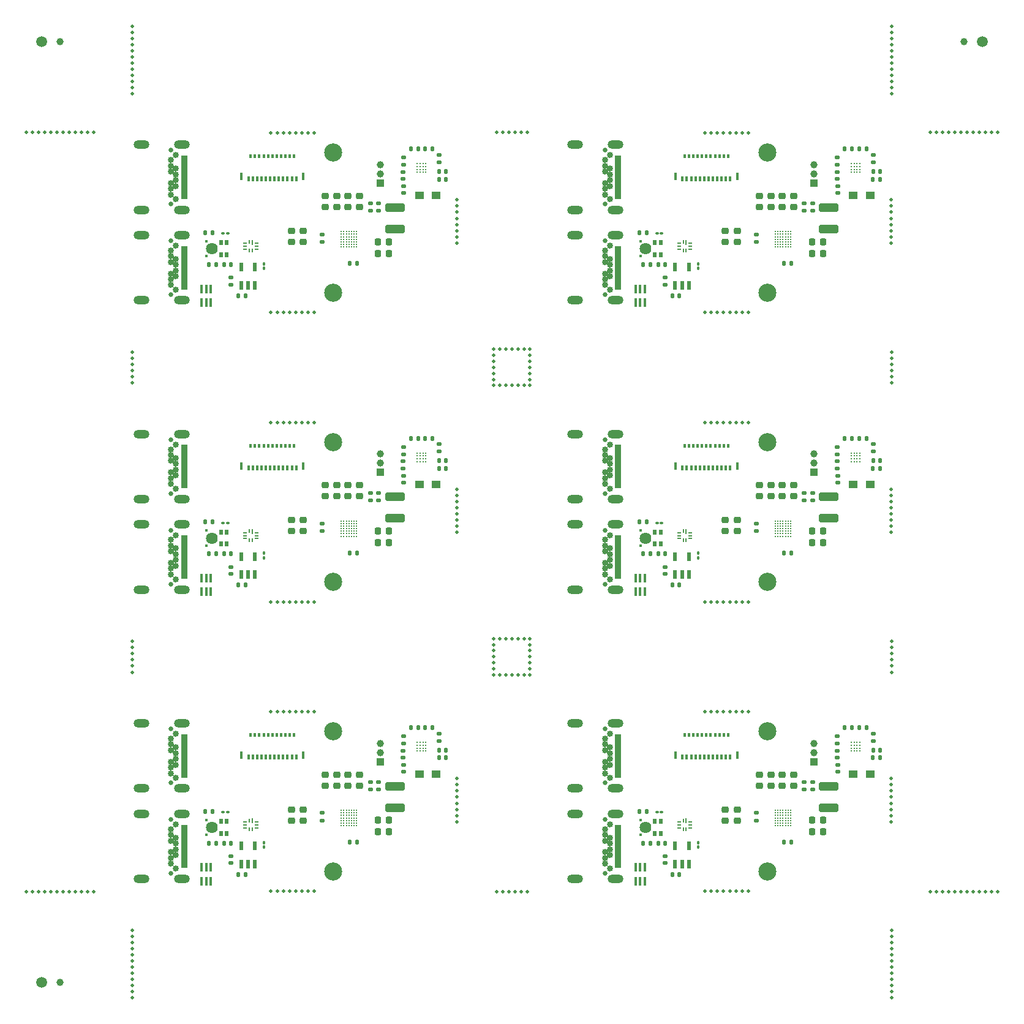
<source format=gbr>
G04 #@! TF.GenerationSoftware,KiCad,Pcbnew,7.0.7*
G04 #@! TF.CreationDate,2024-04-05T11:51:01+02:00*
G04 #@! TF.ProjectId,Versa_ECG_PPG_panel,56657273-615f-4454-9347-5f5050475f70,00*
G04 #@! TF.SameCoordinates,Original*
G04 #@! TF.FileFunction,Soldermask,Top*
G04 #@! TF.FilePolarity,Negative*
%FSLAX46Y46*%
G04 Gerber Fmt 4.6, Leading zero omitted, Abs format (unit mm)*
G04 Created by KiCad (PCBNEW 7.0.7) date 2024-04-05 11:51:01*
%MOMM*%
%LPD*%
G01*
G04 APERTURE LIST*
G04 Aperture macros list*
%AMRoundRect*
0 Rectangle with rounded corners*
0 $1 Rounding radius*
0 $2 $3 $4 $5 $6 $7 $8 $9 X,Y pos of 4 corners*
0 Add a 4 corners polygon primitive as box body*
4,1,4,$2,$3,$4,$5,$6,$7,$8,$9,$2,$3,0*
0 Add four circle primitives for the rounded corners*
1,1,$1+$1,$2,$3*
1,1,$1+$1,$4,$5*
1,1,$1+$1,$6,$7*
1,1,$1+$1,$8,$9*
0 Add four rect primitives between the rounded corners*
20,1,$1+$1,$2,$3,$4,$5,0*
20,1,$1+$1,$4,$5,$6,$7,0*
20,1,$1+$1,$6,$7,$8,$9,0*
20,1,$1+$1,$8,$9,$2,$3,0*%
G04 Aperture macros list end*
%ADD10R,0.200000X0.700000*%
%ADD11R,0.200000X0.600000*%
%ADD12R,0.600000X0.200000*%
%ADD13C,0.500000*%
%ADD14C,1.500000*%
%ADD15RoundRect,0.135000X0.135000X0.185000X-0.135000X0.185000X-0.135000X-0.185000X0.135000X-0.185000X0*%
%ADD16RoundRect,0.140000X-0.140000X-0.170000X0.140000X-0.170000X0.140000X0.170000X-0.140000X0.170000X0*%
%ADD17R,0.522000X0.725000*%
%ADD18C,1.625000*%
%ADD19R,0.300000X0.300000*%
%ADD20RoundRect,0.225000X-0.250000X0.225000X-0.250000X-0.225000X0.250000X-0.225000X0.250000X0.225000X0*%
%ADD21C,0.203200*%
%ADD22RoundRect,0.140000X-0.170000X0.140000X-0.170000X-0.140000X0.170000X-0.140000X0.170000X0.140000X0*%
%ADD23R,1.150000X1.000000*%
%ADD24RoundRect,0.135000X-0.185000X0.135000X-0.185000X-0.135000X0.185000X-0.135000X0.185000X0.135000X0*%
%ADD25RoundRect,0.140000X0.140000X0.170000X-0.140000X0.170000X-0.140000X-0.170000X0.140000X-0.170000X0*%
%ADD26RoundRect,0.140000X0.170000X-0.140000X0.170000X0.140000X-0.170000X0.140000X-0.170000X-0.140000X0*%
%ADD27RoundRect,0.250000X1.100000X-0.325000X1.100000X0.325000X-1.100000X0.325000X-1.100000X-0.325000X0*%
%ADD28RoundRect,0.135000X-0.135000X-0.185000X0.135000X-0.185000X0.135000X0.185000X-0.135000X0.185000X0*%
%ADD29RoundRect,0.225000X0.250000X-0.225000X0.250000X0.225000X-0.250000X0.225000X-0.250000X-0.225000X0*%
%ADD30RoundRect,0.225000X-0.225000X-0.250000X0.225000X-0.250000X0.225000X0.250000X-0.225000X0.250000X0*%
%ADD31R,0.600000X1.200000*%
%ADD32C,2.500000*%
%ADD33R,0.400000X1.200000*%
%ADD34C,0.216000*%
%ADD35C,1.000000*%
%ADD36C,0.650000*%
%ADD37RoundRect,0.102000X0.350000X-0.175000X0.350000X0.175000X-0.350000X0.175000X-0.350000X-0.175000X0*%
%ADD38C,0.854000*%
%ADD39O,2.204000X1.204000*%
%ADD40RoundRect,0.100000X0.100000X-0.130000X0.100000X0.130000X-0.100000X0.130000X-0.100000X-0.130000X0*%
%ADD41R,1.000000X1.000000*%
%ADD42RoundRect,0.100000X0.130000X0.100000X-0.130000X0.100000X-0.130000X-0.100000X0.130000X-0.100000X0*%
%ADD43R,0.300000X0.670000*%
%ADD44R,0.300000X0.500000*%
%ADD45R,0.350000X1.000000*%
G04 APERTURE END LIST*
D10*
X112584000Y-50204000D03*
D11*
X112184000Y-50154000D03*
D12*
X111584000Y-50354000D03*
X111584000Y-50754000D03*
X111584000Y-51154000D03*
D11*
X112184000Y-51354000D03*
X112584000Y-51354000D03*
D12*
X113184000Y-51154000D03*
X113184000Y-50754000D03*
X113184000Y-50354000D03*
D13*
X96000000Y-22038462D03*
D14*
X83500000Y-152500000D03*
D13*
X176040642Y-139900000D03*
X176040642Y-115100000D03*
D15*
X195533500Y-37303500D03*
X194513500Y-37303500D03*
X167609000Y-93276000D03*
X166589000Y-93276000D03*
D13*
X178612071Y-115100000D03*
X150642857Y-35000000D03*
D16*
X198417500Y-41481500D03*
X199377500Y-41481500D03*
D13*
X151000000Y-110000000D03*
D17*
X169073200Y-130261500D03*
X168251200Y-130261500D03*
D18*
X166999200Y-131099000D03*
D19*
X166256800Y-130074000D03*
X166256800Y-132124000D03*
D17*
X168251200Y-131936500D03*
X169073200Y-131936500D03*
D13*
X84730770Y-35000000D03*
X121183500Y-115100000D03*
X213115384Y-35000000D03*
X96000000Y-25423077D03*
D20*
X119642000Y-128600000D03*
X119642000Y-130150000D03*
D13*
X140900000Y-88613214D03*
X140900000Y-45184643D03*
X116897786Y-115100000D03*
X148928571Y-35000000D03*
D17*
X169073200Y-50261500D03*
X168251200Y-50261500D03*
D18*
X166999200Y-51099000D03*
D19*
X166256800Y-50074000D03*
X166256800Y-52124000D03*
D17*
X168251200Y-51936500D03*
X169073200Y-51936500D03*
D13*
X177754928Y-115100000D03*
X96000000Y-22884616D03*
D21*
X184912000Y-128745000D03*
X185262000Y-128745000D03*
X185612000Y-128745000D03*
X185962000Y-128745000D03*
X186312000Y-128745000D03*
X186662000Y-128745000D03*
X187012000Y-128745000D03*
X184912000Y-129095000D03*
X185262000Y-129095000D03*
X185612000Y-129095000D03*
X185962000Y-129095000D03*
X186312000Y-129095000D03*
X186662000Y-129095000D03*
X187012000Y-129095000D03*
X184912000Y-129445000D03*
X185262000Y-129445000D03*
X185612000Y-129445000D03*
X185962000Y-129445000D03*
X186312000Y-129445000D03*
X186662000Y-129445000D03*
X187012000Y-129445000D03*
X184912000Y-129795000D03*
X185262000Y-129795000D03*
X185612000Y-129795000D03*
X185962000Y-129795000D03*
X186312000Y-129795000D03*
X186662000Y-129795000D03*
X187012000Y-129795000D03*
X184912000Y-130145000D03*
X185262000Y-130145000D03*
X185612000Y-130145000D03*
X185962000Y-130145000D03*
X186312000Y-130145000D03*
X186662000Y-130145000D03*
X187012000Y-130145000D03*
X184912000Y-130495000D03*
X185262000Y-130495000D03*
X185612000Y-130495000D03*
X185962000Y-130495000D03*
X186312000Y-130495000D03*
X186662000Y-130495000D03*
X187012000Y-130495000D03*
X184912000Y-130845000D03*
X185262000Y-130845000D03*
X185612000Y-130845000D03*
X185962000Y-130845000D03*
X186312000Y-130845000D03*
X186662000Y-130845000D03*
X187012000Y-130845000D03*
D13*
X140900000Y-126898928D03*
X119469214Y-115100000D03*
D22*
X133520500Y-42458500D03*
X133520500Y-43418500D03*
D13*
X90653847Y-140000000D03*
D15*
X137493500Y-77299500D03*
X136473500Y-77299500D03*
D13*
X85576924Y-35000000D03*
D23*
X138033500Y-83709500D03*
X135683500Y-83709500D03*
D13*
X151000000Y-68333333D03*
D24*
X138460500Y-38114500D03*
X138460500Y-39134500D03*
D25*
X111638000Y-97605000D03*
X110678000Y-97605000D03*
D26*
X133472500Y-121465500D03*
X133472500Y-120505500D03*
D13*
X116040643Y-59900000D03*
D27*
X192297000Y-88354000D03*
X192297000Y-85404000D03*
D13*
X140900000Y-49470357D03*
X96000000Y-107928571D03*
X148500000Y-110000000D03*
X201000000Y-69642857D03*
D28*
X186085000Y-133157000D03*
X187105000Y-133157000D03*
D24*
X128912500Y-44859500D03*
X128912500Y-45879500D03*
D13*
X146000000Y-105833333D03*
D29*
X125851600Y-45327000D03*
X125851600Y-43777000D03*
D30*
X129975000Y-131728000D03*
X131525000Y-131728000D03*
D27*
X132297000Y-48354000D03*
X132297000Y-45404000D03*
D31*
X171054000Y-136167000D03*
X172004000Y-136167000D03*
X172954000Y-136167000D03*
X172954000Y-133667000D03*
X171054000Y-133667000D03*
D32*
X123800000Y-137180000D03*
D20*
X177989000Y-88600000D03*
X177989000Y-90150000D03*
D16*
X138417500Y-121481500D03*
X139377500Y-121481500D03*
D13*
X140900000Y-46898929D03*
D33*
X106869500Y-56640500D03*
X106219500Y-56640500D03*
X105569500Y-56640500D03*
X105569500Y-58540500D03*
X106219500Y-58540500D03*
X106869500Y-58540500D03*
D13*
X147666666Y-65000000D03*
X181183500Y-75100000D03*
X140900000Y-84327500D03*
D28*
X126085000Y-133157000D03*
X127105000Y-133157000D03*
D13*
X96000000Y-23730770D03*
X116897786Y-59900000D03*
D14*
X213500000Y-22500000D03*
D30*
X189975000Y-131728000D03*
X191525000Y-131728000D03*
D34*
X196606500Y-79339000D03*
X196606500Y-79739000D03*
X196606500Y-80139000D03*
X196606500Y-80539000D03*
X196206500Y-79339000D03*
X196206500Y-79739000D03*
X196206500Y-80139000D03*
X196206500Y-80539000D03*
X195806500Y-79339000D03*
X195806500Y-79739000D03*
X195806500Y-80139000D03*
X195806500Y-80539000D03*
X195406500Y-79339000D03*
X195406500Y-79739000D03*
X195406500Y-80139000D03*
X195406500Y-80539000D03*
D13*
X213961538Y-140000000D03*
D33*
X166869500Y-96640500D03*
X166219500Y-96640500D03*
X165569500Y-96640500D03*
X165569500Y-98540500D03*
X166219500Y-98540500D03*
X166869500Y-98540500D03*
D16*
X138426500Y-40422500D03*
X139386500Y-40422500D03*
D35*
X86000000Y-152500000D03*
D13*
X200900000Y-124327500D03*
X146833333Y-65000000D03*
X146000000Y-70000000D03*
X149333333Y-70000000D03*
X118612071Y-139900000D03*
X96000000Y-20346154D03*
X117754929Y-115100000D03*
D29*
X124284200Y-45327000D03*
X124284200Y-43777000D03*
D13*
X177754928Y-139900000D03*
X120326357Y-115100000D03*
X82192308Y-35000000D03*
X208884615Y-35000000D03*
X176040642Y-75100000D03*
D22*
X109669000Y-95088000D03*
X109669000Y-96048000D03*
D16*
X198426500Y-120422500D03*
X199386500Y-120422500D03*
D13*
X96000000Y-147884615D03*
D31*
X171054000Y-56167000D03*
X172004000Y-56167000D03*
X172954000Y-56167000D03*
X172954000Y-53667000D03*
X171054000Y-53667000D03*
D13*
X176040642Y-59900000D03*
X86423077Y-140000000D03*
X200900000Y-126898928D03*
D29*
X125851600Y-125327000D03*
X125851600Y-123777000D03*
D27*
X192297000Y-128354000D03*
X192297000Y-125404000D03*
D29*
X124284200Y-125327000D03*
X124284200Y-123777000D03*
D13*
X147666666Y-110000000D03*
D15*
X107609000Y-93276000D03*
X106589000Y-93276000D03*
D13*
X96000000Y-152961538D03*
X200900000Y-48613214D03*
X119469214Y-35100000D03*
D15*
X167609000Y-133276000D03*
X166589000Y-133276000D03*
D33*
X106869500Y-136640500D03*
X106219500Y-136640500D03*
X105569500Y-136640500D03*
X105569500Y-138540500D03*
X106219500Y-138540500D03*
X106869500Y-138540500D03*
D36*
X101350000Y-37495000D03*
X101350000Y-44945000D03*
D37*
X103170000Y-38470000D03*
X103170000Y-38970000D03*
X103170000Y-39470000D03*
X103170000Y-39970000D03*
X103170000Y-40470000D03*
X103170000Y-40970000D03*
X103170000Y-41470000D03*
X103170000Y-41970000D03*
X103170000Y-42470000D03*
X103170000Y-42970000D03*
X103170000Y-43470000D03*
X103170000Y-43970000D03*
D38*
X102050000Y-44270000D03*
X101350000Y-43620000D03*
X101350000Y-42820000D03*
X102050000Y-42420000D03*
X101350000Y-42020000D03*
X102050000Y-41620000D03*
X102050000Y-40820000D03*
X101350000Y-40420000D03*
X102050000Y-40020000D03*
X101350000Y-39620000D03*
X101350000Y-38820000D03*
X102050000Y-38170000D03*
D39*
X102850000Y-36720000D03*
X102850000Y-45720000D03*
X97250000Y-36720000D03*
X97250000Y-45720000D03*
D24*
X193502500Y-78502500D03*
X193502500Y-79522500D03*
D13*
X140900000Y-44327500D03*
X119469214Y-99900000D03*
X201000000Y-25423077D03*
X180326357Y-139900000D03*
X121183500Y-59900000D03*
D22*
X193520500Y-122458500D03*
X193520500Y-123418500D03*
D13*
X215653846Y-35000000D03*
X90653847Y-35000000D03*
D26*
X193472500Y-41465500D03*
X193472500Y-40505500D03*
D13*
X175183500Y-139900000D03*
X88115385Y-140000000D03*
X118612071Y-115100000D03*
X115183500Y-115100000D03*
D15*
X167110000Y-48885000D03*
X166090000Y-48885000D03*
D17*
X109073200Y-50261500D03*
X108251200Y-50261500D03*
D18*
X106999200Y-51099000D03*
D19*
X106256800Y-50074000D03*
X106256800Y-52124000D03*
D17*
X108251200Y-51936500D03*
X109073200Y-51936500D03*
D13*
X96000000Y-148730769D03*
D24*
X130047500Y-84859500D03*
X130047500Y-85879500D03*
D29*
X182716800Y-85327000D03*
X182716800Y-83777000D03*
D13*
X84730770Y-140000000D03*
D21*
X124912000Y-128745000D03*
X125262000Y-128745000D03*
X125612000Y-128745000D03*
X125962000Y-128745000D03*
X126312000Y-128745000D03*
X126662000Y-128745000D03*
X127012000Y-128745000D03*
X124912000Y-129095000D03*
X125262000Y-129095000D03*
X125612000Y-129095000D03*
X125962000Y-129095000D03*
X126312000Y-129095000D03*
X126662000Y-129095000D03*
X127012000Y-129095000D03*
X124912000Y-129445000D03*
X125262000Y-129445000D03*
X125612000Y-129445000D03*
X125962000Y-129445000D03*
X126312000Y-129445000D03*
X126662000Y-129445000D03*
X127012000Y-129445000D03*
X124912000Y-129795000D03*
X125262000Y-129795000D03*
X125612000Y-129795000D03*
X125962000Y-129795000D03*
X126312000Y-129795000D03*
X126662000Y-129795000D03*
X127012000Y-129795000D03*
X124912000Y-130145000D03*
X125262000Y-130145000D03*
X125612000Y-130145000D03*
X125962000Y-130145000D03*
X126312000Y-130145000D03*
X126662000Y-130145000D03*
X127012000Y-130145000D03*
X124912000Y-130495000D03*
X125262000Y-130495000D03*
X125612000Y-130495000D03*
X125962000Y-130495000D03*
X126312000Y-130495000D03*
X126662000Y-130495000D03*
X127012000Y-130495000D03*
X124912000Y-130845000D03*
X125262000Y-130845000D03*
X125612000Y-130845000D03*
X125962000Y-130845000D03*
X126312000Y-130845000D03*
X126662000Y-130845000D03*
X127012000Y-130845000D03*
D13*
X96000000Y-145346153D03*
D40*
X174236000Y-93825000D03*
X174236000Y-93185000D03*
D13*
X140900000Y-125184642D03*
X200900000Y-127756071D03*
X177754928Y-75100000D03*
X207192307Y-140000000D03*
X121183500Y-139900000D03*
X201000000Y-20346154D03*
X140900000Y-129470357D03*
X201000000Y-21192308D03*
D24*
X133502500Y-78502500D03*
X133502500Y-79522500D03*
D26*
X133472500Y-81465500D03*
X133472500Y-80505500D03*
D13*
X140900000Y-47756071D03*
X151000000Y-107500000D03*
D29*
X125851600Y-85327000D03*
X125851600Y-83777000D03*
D25*
X171638000Y-57605000D03*
X170678000Y-57605000D03*
X111638000Y-137605000D03*
X110678000Y-137605000D03*
D28*
X186085000Y-53157000D03*
X187105000Y-53157000D03*
D25*
X169685000Y-93266000D03*
X168725000Y-93266000D03*
D13*
X179469214Y-35100000D03*
D16*
X138426500Y-120422500D03*
X139386500Y-120422500D03*
D15*
X107110000Y-128885000D03*
X106090000Y-128885000D03*
D13*
X181183500Y-115100000D03*
X151000000Y-65833333D03*
X213115384Y-140000000D03*
X151000000Y-105000000D03*
D36*
X101350000Y-77495000D03*
X101350000Y-84945000D03*
D37*
X103170000Y-78470000D03*
X103170000Y-78970000D03*
X103170000Y-79470000D03*
X103170000Y-79970000D03*
X103170000Y-80470000D03*
X103170000Y-80970000D03*
X103170000Y-81470000D03*
X103170000Y-81970000D03*
X103170000Y-82470000D03*
X103170000Y-82970000D03*
X103170000Y-83470000D03*
X103170000Y-83970000D03*
D38*
X102050000Y-84270000D03*
X101350000Y-83620000D03*
X101350000Y-82820000D03*
X102050000Y-82420000D03*
X101350000Y-82020000D03*
X102050000Y-81620000D03*
X102050000Y-80820000D03*
X101350000Y-80420000D03*
X102050000Y-80020000D03*
X101350000Y-79620000D03*
X101350000Y-78820000D03*
X102050000Y-78170000D03*
D39*
X102850000Y-76720000D03*
X102850000Y-85720000D03*
X97250000Y-76720000D03*
X97250000Y-85720000D03*
D41*
X190274000Y-122003000D03*
D35*
X190274000Y-120733000D03*
X190274000Y-119463000D03*
D13*
X200900000Y-88613214D03*
X175183500Y-59900000D03*
X116897786Y-75100000D03*
X147214285Y-35000000D03*
X89807693Y-35000000D03*
X96000000Y-66214285D03*
X201000000Y-153807692D03*
D17*
X109073200Y-90261500D03*
X108251200Y-90261500D03*
D18*
X106999200Y-91099000D03*
D19*
X106256800Y-90074000D03*
X106256800Y-92124000D03*
D17*
X108251200Y-91936500D03*
X109073200Y-91936500D03*
D13*
X146000000Y-66666666D03*
X201000000Y-148730769D03*
X87269231Y-140000000D03*
X200900000Y-47756071D03*
D16*
X198417500Y-81481500D03*
X199377500Y-81481500D03*
D29*
X124284200Y-85327000D03*
X124284200Y-83777000D03*
D13*
X175183500Y-35100000D03*
D26*
X133472500Y-41465500D03*
X133472500Y-40505500D03*
X193472500Y-81465500D03*
X193472500Y-80505500D03*
D25*
X111638000Y-57605000D03*
X110678000Y-57605000D03*
D13*
X96000000Y-27961539D03*
X176897785Y-115100000D03*
D40*
X174236000Y-53825000D03*
X174236000Y-53185000D03*
D42*
X169180000Y-129005000D03*
X168540000Y-129005000D03*
D13*
X212269230Y-140000000D03*
X120326357Y-75100000D03*
X140900000Y-87756071D03*
X151000000Y-109166666D03*
X96000000Y-65357142D03*
X151000000Y-105000000D03*
X147666666Y-105000000D03*
X96000000Y-105357142D03*
D20*
X177989000Y-48600000D03*
X177989000Y-50150000D03*
D22*
X133520500Y-82458500D03*
X133520500Y-83418500D03*
D13*
X181183500Y-99900000D03*
X117754929Y-59900000D03*
X96000000Y-107071428D03*
D24*
X130047500Y-44859500D03*
X130047500Y-45879500D03*
D21*
X124912000Y-88745000D03*
X125262000Y-88745000D03*
X125612000Y-88745000D03*
X125962000Y-88745000D03*
X126312000Y-88745000D03*
X126662000Y-88745000D03*
X127012000Y-88745000D03*
X124912000Y-89095000D03*
X125262000Y-89095000D03*
X125612000Y-89095000D03*
X125962000Y-89095000D03*
X126312000Y-89095000D03*
X126662000Y-89095000D03*
X127012000Y-89095000D03*
X124912000Y-89445000D03*
X125262000Y-89445000D03*
X125612000Y-89445000D03*
X125962000Y-89445000D03*
X126312000Y-89445000D03*
X126662000Y-89445000D03*
X127012000Y-89445000D03*
X124912000Y-89795000D03*
X125262000Y-89795000D03*
X125612000Y-89795000D03*
X125962000Y-89795000D03*
X126312000Y-89795000D03*
X126662000Y-89795000D03*
X127012000Y-89795000D03*
X124912000Y-90145000D03*
X125262000Y-90145000D03*
X125612000Y-90145000D03*
X125962000Y-90145000D03*
X126312000Y-90145000D03*
X126662000Y-90145000D03*
X127012000Y-90145000D03*
X124912000Y-90495000D03*
X125262000Y-90495000D03*
X125612000Y-90495000D03*
X125962000Y-90495000D03*
X126312000Y-90495000D03*
X126662000Y-90495000D03*
X127012000Y-90495000D03*
X124912000Y-90845000D03*
X125262000Y-90845000D03*
X125612000Y-90845000D03*
X125962000Y-90845000D03*
X126312000Y-90845000D03*
X126662000Y-90845000D03*
X127012000Y-90845000D03*
D13*
X96000000Y-26269231D03*
D31*
X111054000Y-136167000D03*
X112004000Y-136167000D03*
X112954000Y-136167000D03*
X112954000Y-133667000D03*
X111054000Y-133667000D03*
D13*
X200900000Y-86041785D03*
X200900000Y-89470357D03*
D27*
X192297000Y-48354000D03*
X192297000Y-45404000D03*
D13*
X181183500Y-139900000D03*
D24*
X188912500Y-44859500D03*
X188912500Y-45879500D03*
D29*
X127419000Y-45327000D03*
X127419000Y-43777000D03*
D13*
X176897785Y-75100000D03*
X200900000Y-90327500D03*
D30*
X189975000Y-50120000D03*
X191525000Y-50120000D03*
D13*
X177754928Y-59900000D03*
X180326357Y-115100000D03*
D25*
X109685000Y-93266000D03*
X108725000Y-93266000D03*
D13*
X206346153Y-35000000D03*
D43*
X112075000Y-121400000D03*
D44*
X112375000Y-118335000D03*
D43*
X112675000Y-121400000D03*
D44*
X112975000Y-118335000D03*
D43*
X113275000Y-121400000D03*
D44*
X113575000Y-118335000D03*
D43*
X113875000Y-121400000D03*
D44*
X114175000Y-118335000D03*
D43*
X114475000Y-121400000D03*
D44*
X114775000Y-118335000D03*
D43*
X115075000Y-121400000D03*
D44*
X115375000Y-118335000D03*
D43*
X115675000Y-121400000D03*
D44*
X115975000Y-118335000D03*
D43*
X116275000Y-121400000D03*
D44*
X116575000Y-118335000D03*
D43*
X116875000Y-121400000D03*
D44*
X117175000Y-118335000D03*
D43*
X117475000Y-121400000D03*
D44*
X117775000Y-118335000D03*
D43*
X118075000Y-121400000D03*
D44*
X118375000Y-118335000D03*
D43*
X118675000Y-121400000D03*
D45*
X111100000Y-121135000D03*
X119650000Y-121135000D03*
D41*
X130274000Y-42003000D03*
D35*
X130274000Y-40733000D03*
X130274000Y-39463000D03*
D13*
X201000000Y-151269230D03*
D28*
X126085000Y-53157000D03*
X127105000Y-53157000D03*
D27*
X132297000Y-128354000D03*
X132297000Y-125404000D03*
D32*
X123800000Y-117820000D03*
D20*
X119642000Y-88600000D03*
X119642000Y-90150000D03*
D13*
X201000000Y-147038461D03*
D34*
X136606500Y-119339000D03*
X136606500Y-119739000D03*
X136606500Y-120139000D03*
X136606500Y-120539000D03*
X136206500Y-119339000D03*
X136206500Y-119739000D03*
X136206500Y-120139000D03*
X136206500Y-120539000D03*
X135806500Y-119339000D03*
X135806500Y-119739000D03*
X135806500Y-120139000D03*
X135806500Y-120539000D03*
X135406500Y-119339000D03*
X135406500Y-119739000D03*
X135406500Y-120139000D03*
X135406500Y-120539000D03*
D13*
X121183500Y-35100000D03*
D24*
X190047500Y-44859500D03*
X190047500Y-45879500D03*
D30*
X129975000Y-130120000D03*
X131525000Y-130120000D03*
D13*
X146000000Y-69166666D03*
X211423076Y-35000000D03*
D24*
X122260500Y-49105500D03*
X122260500Y-50125500D03*
D13*
X200900000Y-45184643D03*
X150642857Y-140000000D03*
X146000000Y-67500000D03*
X140900000Y-86041785D03*
X115183500Y-59900000D03*
X96000000Y-29653847D03*
D36*
X101350000Y-117495000D03*
X101350000Y-124945000D03*
D37*
X103170000Y-118470000D03*
X103170000Y-118970000D03*
X103170000Y-119470000D03*
X103170000Y-119970000D03*
X103170000Y-120470000D03*
X103170000Y-120970000D03*
X103170000Y-121470000D03*
X103170000Y-121970000D03*
X103170000Y-122470000D03*
X103170000Y-122970000D03*
X103170000Y-123470000D03*
X103170000Y-123970000D03*
D38*
X102050000Y-124270000D03*
X101350000Y-123620000D03*
X101350000Y-122820000D03*
X102050000Y-122420000D03*
X101350000Y-122020000D03*
X102050000Y-121620000D03*
X102050000Y-120820000D03*
X101350000Y-120420000D03*
X102050000Y-120020000D03*
X101350000Y-119620000D03*
X101350000Y-118820000D03*
X102050000Y-118170000D03*
D39*
X102850000Y-116720000D03*
X102850000Y-125720000D03*
X97250000Y-116720000D03*
X97250000Y-125720000D03*
D23*
X138033500Y-123709500D03*
X135683500Y-123709500D03*
D13*
X96000000Y-151269230D03*
D22*
X193520500Y-42458500D03*
X193520500Y-43418500D03*
D32*
X183800000Y-137180000D03*
D13*
X96000000Y-106214285D03*
X210576923Y-35000000D03*
X146000000Y-105000000D03*
X120326357Y-59900000D03*
X146833333Y-105000000D03*
X140900000Y-46041786D03*
X117754929Y-99900000D03*
X176897785Y-139900000D03*
X151000000Y-106666666D03*
X151000000Y-105833333D03*
D26*
X193472500Y-121465500D03*
X193472500Y-120505500D03*
D13*
X146000000Y-65000000D03*
D34*
X136606500Y-39339000D03*
X136606500Y-39739000D03*
X136606500Y-40139000D03*
X136606500Y-40539000D03*
X136206500Y-39339000D03*
X136206500Y-39739000D03*
X136206500Y-40139000D03*
X136206500Y-40539000D03*
X135806500Y-39339000D03*
X135806500Y-39739000D03*
X135806500Y-40139000D03*
X135806500Y-40539000D03*
X135406500Y-39339000D03*
X135406500Y-39739000D03*
X135406500Y-40139000D03*
X135406500Y-40539000D03*
D13*
X140900000Y-126041785D03*
X151000000Y-70000000D03*
D25*
X109685000Y-53266000D03*
X108725000Y-53266000D03*
D16*
X138417500Y-81481500D03*
X139377500Y-81481500D03*
D13*
X200900000Y-46898929D03*
D24*
X133502500Y-118502500D03*
X133502500Y-119522500D03*
D25*
X171638000Y-97605000D03*
X170678000Y-97605000D03*
D13*
X209730769Y-35000000D03*
D15*
X197493500Y-37299500D03*
X196473500Y-37299500D03*
D13*
X117754929Y-75100000D03*
D24*
X198460500Y-78114500D03*
X198460500Y-79134500D03*
D29*
X127419000Y-85327000D03*
X127419000Y-83777000D03*
D13*
X140900000Y-50327500D03*
X96000000Y-152115384D03*
X181183500Y-35100000D03*
X206346153Y-140000000D03*
X116040643Y-35100000D03*
D43*
X112075000Y-41400000D03*
D44*
X112375000Y-38335000D03*
D43*
X112675000Y-41400000D03*
D44*
X112975000Y-38335000D03*
D43*
X113275000Y-41400000D03*
D44*
X113575000Y-38335000D03*
D43*
X113875000Y-41400000D03*
D44*
X114175000Y-38335000D03*
D43*
X114475000Y-41400000D03*
D44*
X114775000Y-38335000D03*
D43*
X115075000Y-41400000D03*
D44*
X115375000Y-38335000D03*
D43*
X115675000Y-41400000D03*
D44*
X115975000Y-38335000D03*
D43*
X116275000Y-41400000D03*
D44*
X116575000Y-38335000D03*
D43*
X116875000Y-41400000D03*
D44*
X117175000Y-38335000D03*
D43*
X117475000Y-41400000D03*
D44*
X117775000Y-38335000D03*
D43*
X118075000Y-41400000D03*
D44*
X118375000Y-38335000D03*
D43*
X118675000Y-41400000D03*
D45*
X111100000Y-41135000D03*
X119650000Y-41135000D03*
D13*
X116897786Y-99900000D03*
X201000000Y-147884615D03*
X200900000Y-130327500D03*
X146357142Y-35000000D03*
D33*
X106869500Y-96640500D03*
X106219500Y-96640500D03*
X105569500Y-96640500D03*
X105569500Y-98540500D03*
X106219500Y-98540500D03*
X106869500Y-98540500D03*
D13*
X201000000Y-152961538D03*
D32*
X183800000Y-117820000D03*
D21*
X184912000Y-88745000D03*
X185262000Y-88745000D03*
X185612000Y-88745000D03*
X185962000Y-88745000D03*
X186312000Y-88745000D03*
X186662000Y-88745000D03*
X187012000Y-88745000D03*
X184912000Y-89095000D03*
X185262000Y-89095000D03*
X185612000Y-89095000D03*
X185962000Y-89095000D03*
X186312000Y-89095000D03*
X186662000Y-89095000D03*
X187012000Y-89095000D03*
X184912000Y-89445000D03*
X185262000Y-89445000D03*
X185612000Y-89445000D03*
X185962000Y-89445000D03*
X186312000Y-89445000D03*
X186662000Y-89445000D03*
X187012000Y-89445000D03*
X184912000Y-89795000D03*
X185262000Y-89795000D03*
X185612000Y-89795000D03*
X185962000Y-89795000D03*
X186312000Y-89795000D03*
X186662000Y-89795000D03*
X187012000Y-89795000D03*
X184912000Y-90145000D03*
X185262000Y-90145000D03*
X185612000Y-90145000D03*
X185962000Y-90145000D03*
X186312000Y-90145000D03*
X186662000Y-90145000D03*
X187012000Y-90145000D03*
X184912000Y-90495000D03*
X185262000Y-90495000D03*
X185612000Y-90495000D03*
X185962000Y-90495000D03*
X186312000Y-90495000D03*
X186662000Y-90495000D03*
X187012000Y-90495000D03*
X184912000Y-90845000D03*
X185262000Y-90845000D03*
X185612000Y-90845000D03*
X185962000Y-90845000D03*
X186312000Y-90845000D03*
X186662000Y-90845000D03*
X187012000Y-90845000D03*
D13*
X200900000Y-85184642D03*
X148071428Y-35000000D03*
X140900000Y-124327500D03*
D29*
X187419000Y-45327000D03*
X187419000Y-43777000D03*
D32*
X183800000Y-57180000D03*
D13*
X201000000Y-108785714D03*
X180326357Y-59900000D03*
X117754929Y-35100000D03*
D24*
X188912500Y-84859500D03*
X188912500Y-85879500D03*
D14*
X83500000Y-22500000D03*
D13*
X151000000Y-69166666D03*
D29*
X122716800Y-125327000D03*
X122716800Y-123777000D03*
D13*
X151000000Y-65000000D03*
X177754928Y-99900000D03*
X96000000Y-146192307D03*
D24*
X182260500Y-129105500D03*
X182260500Y-130125500D03*
D13*
X83038462Y-35000000D03*
D24*
X198460500Y-118114500D03*
X198460500Y-119134500D03*
D30*
X189975000Y-90120000D03*
X191525000Y-90120000D03*
D13*
X175183500Y-115100000D03*
X146000000Y-110000000D03*
X85576924Y-140000000D03*
X140900000Y-127756071D03*
X96000000Y-69642857D03*
X96000000Y-24576924D03*
X121183500Y-99900000D03*
X201000000Y-29653847D03*
D16*
X138417500Y-41481500D03*
X139377500Y-41481500D03*
D13*
X179469214Y-115100000D03*
X146000000Y-109166666D03*
X201000000Y-154653846D03*
D10*
X172584000Y-130204000D03*
D11*
X172184000Y-130154000D03*
D12*
X171584000Y-130354000D03*
X171584000Y-130754000D03*
X171584000Y-131154000D03*
D11*
X172184000Y-131354000D03*
X172584000Y-131354000D03*
D12*
X173184000Y-131154000D03*
X173184000Y-130754000D03*
X173184000Y-130354000D03*
D13*
X116040643Y-139900000D03*
D31*
X171054000Y-96167000D03*
X172004000Y-96167000D03*
X172954000Y-96167000D03*
X172954000Y-93667000D03*
X171054000Y-93667000D03*
D33*
X166869500Y-136640500D03*
X166219500Y-136640500D03*
X165569500Y-136640500D03*
X165569500Y-138540500D03*
X166219500Y-138540500D03*
X166869500Y-138540500D03*
D13*
X211423076Y-140000000D03*
D36*
X161350000Y-117495000D03*
X161350000Y-124945000D03*
D37*
X163170000Y-118470000D03*
X163170000Y-118970000D03*
X163170000Y-119470000D03*
X163170000Y-119970000D03*
X163170000Y-120470000D03*
X163170000Y-120970000D03*
X163170000Y-121470000D03*
X163170000Y-121970000D03*
X163170000Y-122470000D03*
X163170000Y-122970000D03*
X163170000Y-123470000D03*
X163170000Y-123970000D03*
D38*
X162050000Y-124270000D03*
X161350000Y-123620000D03*
X161350000Y-122820000D03*
X162050000Y-122420000D03*
X161350000Y-122020000D03*
X162050000Y-121620000D03*
X162050000Y-120820000D03*
X161350000Y-120420000D03*
X162050000Y-120020000D03*
X161350000Y-119620000D03*
X161350000Y-118820000D03*
X162050000Y-118170000D03*
D39*
X162850000Y-116720000D03*
X162850000Y-125720000D03*
X157250000Y-116720000D03*
X157250000Y-125720000D03*
D13*
X149333333Y-110000000D03*
X96000000Y-153807692D03*
D43*
X172075000Y-41400000D03*
D44*
X172375000Y-38335000D03*
D43*
X172675000Y-41400000D03*
D44*
X172975000Y-38335000D03*
D43*
X173275000Y-41400000D03*
D44*
X173575000Y-38335000D03*
D43*
X173875000Y-41400000D03*
D44*
X174175000Y-38335000D03*
D43*
X174475000Y-41400000D03*
D44*
X174775000Y-38335000D03*
D43*
X175075000Y-41400000D03*
D44*
X175375000Y-38335000D03*
D43*
X175675000Y-41400000D03*
D44*
X175975000Y-38335000D03*
D43*
X176275000Y-41400000D03*
D44*
X176575000Y-38335000D03*
D43*
X176875000Y-41400000D03*
D44*
X177175000Y-38335000D03*
D43*
X177475000Y-41400000D03*
D44*
X177775000Y-38335000D03*
D43*
X178075000Y-41400000D03*
D44*
X178375000Y-38335000D03*
D43*
X178675000Y-41400000D03*
D45*
X171100000Y-41135000D03*
X179650000Y-41135000D03*
D24*
X133502500Y-38502500D03*
X133502500Y-39522500D03*
D13*
X120326357Y-35100000D03*
X121183500Y-75100000D03*
X200900000Y-84327500D03*
D40*
X114236000Y-133825000D03*
X114236000Y-133185000D03*
D13*
X148500000Y-65000000D03*
D28*
X126085000Y-93157000D03*
X127105000Y-93157000D03*
D13*
X116897786Y-139900000D03*
X149785714Y-140000000D03*
D24*
X128912500Y-124859500D03*
X128912500Y-125879500D03*
D30*
X129975000Y-90120000D03*
X131525000Y-90120000D03*
D21*
X124912000Y-48745000D03*
X125262000Y-48745000D03*
X125612000Y-48745000D03*
X125962000Y-48745000D03*
X126312000Y-48745000D03*
X126662000Y-48745000D03*
X127012000Y-48745000D03*
X124912000Y-49095000D03*
X125262000Y-49095000D03*
X125612000Y-49095000D03*
X125962000Y-49095000D03*
X126312000Y-49095000D03*
X126662000Y-49095000D03*
X127012000Y-49095000D03*
X124912000Y-49445000D03*
X125262000Y-49445000D03*
X125612000Y-49445000D03*
X125962000Y-49445000D03*
X126312000Y-49445000D03*
X126662000Y-49445000D03*
X127012000Y-49445000D03*
X124912000Y-49795000D03*
X125262000Y-49795000D03*
X125612000Y-49795000D03*
X125962000Y-49795000D03*
X126312000Y-49795000D03*
X126662000Y-49795000D03*
X127012000Y-49795000D03*
X124912000Y-50145000D03*
X125262000Y-50145000D03*
X125612000Y-50145000D03*
X125962000Y-50145000D03*
X126312000Y-50145000D03*
X126662000Y-50145000D03*
X127012000Y-50145000D03*
X124912000Y-50495000D03*
X125262000Y-50495000D03*
X125612000Y-50495000D03*
X125962000Y-50495000D03*
X126312000Y-50495000D03*
X126662000Y-50495000D03*
X127012000Y-50495000D03*
X124912000Y-50845000D03*
X125262000Y-50845000D03*
X125612000Y-50845000D03*
X125962000Y-50845000D03*
X126312000Y-50845000D03*
X126662000Y-50845000D03*
X127012000Y-50845000D03*
D13*
X200900000Y-86898928D03*
D24*
X193502500Y-38502500D03*
X193502500Y-39522500D03*
D13*
X146833333Y-110000000D03*
X96000000Y-28807693D03*
X178612071Y-139900000D03*
X115183500Y-139900000D03*
D41*
X190274000Y-82003000D03*
D35*
X190274000Y-80733000D03*
X190274000Y-79463000D03*
D24*
X182260500Y-49105500D03*
X182260500Y-50125500D03*
D13*
X201000000Y-67928571D03*
X208038461Y-35000000D03*
X88115385Y-35000000D03*
X201000000Y-24576924D03*
X201000000Y-105357142D03*
X96000000Y-68785714D03*
X118612071Y-75100000D03*
X180326357Y-99900000D03*
D29*
X127419000Y-125327000D03*
X127419000Y-123777000D03*
D22*
X109669000Y-55088000D03*
X109669000Y-56048000D03*
D13*
X149785714Y-35000000D03*
D15*
X167110000Y-88885000D03*
X166090000Y-88885000D03*
D13*
X178612071Y-75100000D03*
D10*
X172584000Y-90204000D03*
D11*
X172184000Y-90154000D03*
D12*
X171584000Y-90354000D03*
X171584000Y-90754000D03*
X171584000Y-91154000D03*
D11*
X172184000Y-91354000D03*
X172584000Y-91354000D03*
D12*
X173184000Y-91154000D03*
X173184000Y-90754000D03*
X173184000Y-90354000D03*
D13*
X146000000Y-68333333D03*
X178612071Y-99900000D03*
X96000000Y-108785714D03*
D32*
X123800000Y-37820000D03*
D43*
X172075000Y-121400000D03*
D44*
X172375000Y-118335000D03*
D43*
X172675000Y-121400000D03*
D44*
X172975000Y-118335000D03*
D43*
X173275000Y-121400000D03*
D44*
X173575000Y-118335000D03*
D43*
X173875000Y-121400000D03*
D44*
X174175000Y-118335000D03*
D43*
X174475000Y-121400000D03*
D44*
X174775000Y-118335000D03*
D43*
X175075000Y-121400000D03*
D44*
X175375000Y-118335000D03*
D43*
X175675000Y-121400000D03*
D44*
X175975000Y-118335000D03*
D43*
X176275000Y-121400000D03*
D44*
X176575000Y-118335000D03*
D43*
X176875000Y-121400000D03*
D44*
X177175000Y-118335000D03*
D43*
X177475000Y-121400000D03*
D44*
X177775000Y-118335000D03*
D43*
X178075000Y-121400000D03*
D44*
X178375000Y-118335000D03*
D43*
X178675000Y-121400000D03*
D45*
X171100000Y-121135000D03*
X179650000Y-121135000D03*
D13*
X209730769Y-140000000D03*
X200900000Y-87756071D03*
D15*
X167110000Y-128885000D03*
X166090000Y-128885000D03*
X107110000Y-88885000D03*
X106090000Y-88885000D03*
D40*
X114236000Y-53825000D03*
X114236000Y-53185000D03*
D13*
X179469214Y-139900000D03*
D30*
X189975000Y-130120000D03*
X191525000Y-130120000D03*
D23*
X198033500Y-123709500D03*
X195683500Y-123709500D03*
D13*
X96000000Y-21192308D03*
D30*
X129975000Y-91728000D03*
X131525000Y-91728000D03*
D36*
X101350000Y-49995000D03*
X101350000Y-57445000D03*
D37*
X103170000Y-50970000D03*
X103170000Y-51470000D03*
X103170000Y-51970000D03*
X103170000Y-52470000D03*
X103170000Y-52970000D03*
X103170000Y-53470000D03*
X103170000Y-53970000D03*
X103170000Y-54470000D03*
X103170000Y-54970000D03*
X103170000Y-55470000D03*
X103170000Y-55970000D03*
X103170000Y-56470000D03*
D38*
X102050000Y-56770000D03*
X101350000Y-56120000D03*
X101350000Y-55320000D03*
X102050000Y-54920000D03*
X101350000Y-54520000D03*
X102050000Y-54120000D03*
X102050000Y-53320000D03*
X101350000Y-52920000D03*
X102050000Y-52520000D03*
X101350000Y-52120000D03*
X101350000Y-51320000D03*
X102050000Y-50670000D03*
D39*
X102850000Y-49220000D03*
X102850000Y-58220000D03*
X97250000Y-49220000D03*
X97250000Y-58220000D03*
D34*
X196606500Y-39339000D03*
X196606500Y-39739000D03*
X196606500Y-40139000D03*
X196606500Y-40539000D03*
X196206500Y-39339000D03*
X196206500Y-39739000D03*
X196206500Y-40139000D03*
X196206500Y-40539000D03*
X195806500Y-39339000D03*
X195806500Y-39739000D03*
X195806500Y-40139000D03*
X195806500Y-40539000D03*
X195406500Y-39339000D03*
X195406500Y-39739000D03*
X195406500Y-40139000D03*
X195406500Y-40539000D03*
D20*
X117989000Y-88600000D03*
X117989000Y-90150000D03*
X179642000Y-128600000D03*
X179642000Y-130150000D03*
D24*
X190047500Y-124859500D03*
X190047500Y-125879500D03*
D13*
X119469214Y-139900000D03*
X200900000Y-128613214D03*
X201000000Y-22038462D03*
D29*
X184284200Y-45327000D03*
X184284200Y-43777000D03*
D23*
X138033500Y-43709500D03*
X135683500Y-43709500D03*
D13*
X96000000Y-147038461D03*
X214807692Y-35000000D03*
X201000000Y-145346153D03*
D20*
X117989000Y-128600000D03*
X117989000Y-130150000D03*
D25*
X171638000Y-137605000D03*
X170678000Y-137605000D03*
D13*
X81346154Y-140000000D03*
D25*
X169685000Y-133266000D03*
X168725000Y-133266000D03*
D13*
X149333333Y-65000000D03*
X215653846Y-140000000D03*
D24*
X182260500Y-89105500D03*
X182260500Y-90125500D03*
D22*
X169669000Y-55088000D03*
X169669000Y-56048000D03*
D41*
X130274000Y-122003000D03*
D35*
X130274000Y-120733000D03*
X130274000Y-119463000D03*
D29*
X185851600Y-85327000D03*
X185851600Y-83777000D03*
D32*
X123800000Y-77820000D03*
D29*
X122716800Y-85327000D03*
X122716800Y-83777000D03*
D13*
X201000000Y-27115385D03*
X177754928Y-35100000D03*
X150166666Y-70000000D03*
D24*
X198460500Y-38114500D03*
X198460500Y-39134500D03*
D13*
X140900000Y-89470357D03*
X201000000Y-146192307D03*
X118612071Y-59900000D03*
X200900000Y-50327500D03*
X82192308Y-140000000D03*
X201000000Y-28807693D03*
D24*
X193502500Y-118502500D03*
X193502500Y-119522500D03*
D43*
X172075000Y-81400000D03*
D44*
X172375000Y-78335000D03*
D43*
X172675000Y-81400000D03*
D44*
X172975000Y-78335000D03*
D43*
X173275000Y-81400000D03*
D44*
X173575000Y-78335000D03*
D43*
X173875000Y-81400000D03*
D44*
X174175000Y-78335000D03*
D43*
X174475000Y-81400000D03*
D44*
X174775000Y-78335000D03*
D43*
X175075000Y-81400000D03*
D44*
X175375000Y-78335000D03*
D43*
X175675000Y-81400000D03*
D44*
X175975000Y-78335000D03*
D43*
X176275000Y-81400000D03*
D44*
X176575000Y-78335000D03*
D43*
X176875000Y-81400000D03*
D44*
X177175000Y-78335000D03*
D43*
X177475000Y-81400000D03*
D44*
X177775000Y-78335000D03*
D43*
X178075000Y-81400000D03*
D44*
X178375000Y-78335000D03*
D43*
X178675000Y-81400000D03*
D45*
X171100000Y-81135000D03*
X179650000Y-81135000D03*
D27*
X132297000Y-88354000D03*
X132297000Y-85404000D03*
D13*
X119469214Y-75100000D03*
D31*
X111054000Y-56167000D03*
X112004000Y-56167000D03*
X112954000Y-56167000D03*
X112954000Y-53667000D03*
X111054000Y-53667000D03*
D13*
X86423077Y-35000000D03*
D16*
X138426500Y-80422500D03*
X139386500Y-80422500D03*
D36*
X101350000Y-89995000D03*
X101350000Y-97445000D03*
D37*
X103170000Y-90970000D03*
X103170000Y-91470000D03*
X103170000Y-91970000D03*
X103170000Y-92470000D03*
X103170000Y-92970000D03*
X103170000Y-93470000D03*
X103170000Y-93970000D03*
X103170000Y-94470000D03*
X103170000Y-94970000D03*
X103170000Y-95470000D03*
X103170000Y-95970000D03*
X103170000Y-96470000D03*
D38*
X102050000Y-96770000D03*
X101350000Y-96120000D03*
X101350000Y-95320000D03*
X102050000Y-94920000D03*
X101350000Y-94520000D03*
X102050000Y-94120000D03*
X102050000Y-93320000D03*
X101350000Y-92920000D03*
X102050000Y-92520000D03*
X101350000Y-92120000D03*
X101350000Y-91320000D03*
X102050000Y-90670000D03*
D39*
X102850000Y-89220000D03*
X102850000Y-98220000D03*
X97250000Y-89220000D03*
X97250000Y-98220000D03*
D30*
X129975000Y-50120000D03*
X131525000Y-50120000D03*
D15*
X135533500Y-117303500D03*
X134513500Y-117303500D03*
D13*
X214807692Y-140000000D03*
D15*
X197493500Y-117299500D03*
X196473500Y-117299500D03*
D40*
X114236000Y-93825000D03*
X114236000Y-93185000D03*
D24*
X138460500Y-78114500D03*
X138460500Y-79134500D03*
D13*
X151000000Y-67500000D03*
X201000000Y-67071428D03*
X146000000Y-107500000D03*
D42*
X109180000Y-129005000D03*
X108540000Y-129005000D03*
D29*
X187419000Y-85327000D03*
X187419000Y-83777000D03*
D24*
X122260500Y-89105500D03*
X122260500Y-90125500D03*
D13*
X151000000Y-66666666D03*
X201000000Y-109642857D03*
X96000000Y-27115385D03*
X140900000Y-128613214D03*
D22*
X169669000Y-135088000D03*
X169669000Y-136048000D03*
D15*
X107609000Y-53276000D03*
X106589000Y-53276000D03*
D20*
X177989000Y-128600000D03*
X177989000Y-130150000D03*
D17*
X169073200Y-90261500D03*
X168251200Y-90261500D03*
D18*
X166999200Y-91099000D03*
D19*
X166256800Y-90074000D03*
X166256800Y-92124000D03*
D17*
X168251200Y-91936500D03*
X169073200Y-91936500D03*
D13*
X175183500Y-75100000D03*
D24*
X188912500Y-124859500D03*
X188912500Y-125879500D03*
D36*
X161350000Y-37495000D03*
X161350000Y-44945000D03*
D37*
X163170000Y-38470000D03*
X163170000Y-38970000D03*
X163170000Y-39470000D03*
X163170000Y-39970000D03*
X163170000Y-40470000D03*
X163170000Y-40970000D03*
X163170000Y-41470000D03*
X163170000Y-41970000D03*
X163170000Y-42470000D03*
X163170000Y-42970000D03*
X163170000Y-43470000D03*
X163170000Y-43970000D03*
D38*
X162050000Y-44270000D03*
X161350000Y-43620000D03*
X161350000Y-42820000D03*
X162050000Y-42420000D03*
X161350000Y-42020000D03*
X162050000Y-41620000D03*
X162050000Y-40820000D03*
X161350000Y-40420000D03*
X162050000Y-40020000D03*
X161350000Y-39620000D03*
X161350000Y-38820000D03*
X162050000Y-38170000D03*
D39*
X162850000Y-36720000D03*
X162850000Y-45720000D03*
X157250000Y-36720000D03*
X157250000Y-45720000D03*
D13*
X201000000Y-27961539D03*
X179469214Y-59900000D03*
D32*
X183800000Y-37820000D03*
D33*
X166869500Y-56640500D03*
X166219500Y-56640500D03*
X165569500Y-56640500D03*
X165569500Y-58540500D03*
X166219500Y-58540500D03*
X166869500Y-58540500D03*
D15*
X197493500Y-77299500D03*
X196473500Y-77299500D03*
D13*
X176897785Y-35100000D03*
D16*
X198426500Y-80422500D03*
X199386500Y-80422500D03*
D36*
X101350000Y-129995000D03*
X101350000Y-137445000D03*
D37*
X103170000Y-130970000D03*
X103170000Y-131470000D03*
X103170000Y-131970000D03*
X103170000Y-132470000D03*
X103170000Y-132970000D03*
X103170000Y-133470000D03*
X103170000Y-133970000D03*
X103170000Y-134470000D03*
X103170000Y-134970000D03*
X103170000Y-135470000D03*
X103170000Y-135970000D03*
X103170000Y-136470000D03*
D38*
X102050000Y-136770000D03*
X101350000Y-136120000D03*
X101350000Y-135320000D03*
X102050000Y-134920000D03*
X101350000Y-134520000D03*
X102050000Y-134120000D03*
X102050000Y-133320000D03*
X101350000Y-132920000D03*
X102050000Y-132520000D03*
X101350000Y-132120000D03*
X101350000Y-131320000D03*
X102050000Y-130670000D03*
D39*
X102850000Y-129220000D03*
X102850000Y-138220000D03*
X97250000Y-129220000D03*
X97250000Y-138220000D03*
D36*
X161350000Y-77495000D03*
X161350000Y-84945000D03*
D37*
X163170000Y-78470000D03*
X163170000Y-78970000D03*
X163170000Y-79470000D03*
X163170000Y-79970000D03*
X163170000Y-80470000D03*
X163170000Y-80970000D03*
X163170000Y-81470000D03*
X163170000Y-81970000D03*
X163170000Y-82470000D03*
X163170000Y-82970000D03*
X163170000Y-83470000D03*
X163170000Y-83970000D03*
D38*
X162050000Y-84270000D03*
X161350000Y-83620000D03*
X161350000Y-82820000D03*
X162050000Y-82420000D03*
X161350000Y-82020000D03*
X162050000Y-81620000D03*
X162050000Y-80820000D03*
X161350000Y-80420000D03*
X162050000Y-80020000D03*
X161350000Y-79620000D03*
X161350000Y-78820000D03*
X162050000Y-78170000D03*
D39*
X162850000Y-76720000D03*
X162850000Y-85720000D03*
X157250000Y-76720000D03*
X157250000Y-85720000D03*
D15*
X137493500Y-117299500D03*
X136473500Y-117299500D03*
D13*
X116040643Y-115100000D03*
X147214285Y-140000000D03*
D23*
X198033500Y-83709500D03*
X195683500Y-83709500D03*
D35*
X211000000Y-22500000D03*
D13*
X118612071Y-99900000D03*
X179469214Y-99900000D03*
X117754929Y-139900000D03*
D22*
X169669000Y-95088000D03*
X169669000Y-96048000D03*
D36*
X161350000Y-129995000D03*
X161350000Y-137445000D03*
D37*
X163170000Y-130970000D03*
X163170000Y-131470000D03*
X163170000Y-131970000D03*
X163170000Y-132470000D03*
X163170000Y-132970000D03*
X163170000Y-133470000D03*
X163170000Y-133970000D03*
X163170000Y-134470000D03*
X163170000Y-134970000D03*
X163170000Y-135470000D03*
X163170000Y-135970000D03*
X163170000Y-136470000D03*
D38*
X162050000Y-136770000D03*
X161350000Y-136120000D03*
X161350000Y-135320000D03*
X162050000Y-134920000D03*
X161350000Y-134520000D03*
X162050000Y-134120000D03*
X162050000Y-133320000D03*
X161350000Y-132920000D03*
X162050000Y-132520000D03*
X161350000Y-132120000D03*
X161350000Y-131320000D03*
X162050000Y-130670000D03*
D39*
X162850000Y-129220000D03*
X162850000Y-138220000D03*
X157250000Y-129220000D03*
X157250000Y-138220000D03*
D13*
X87269231Y-35000000D03*
X89807693Y-140000000D03*
X200900000Y-49470357D03*
D15*
X195533500Y-77303500D03*
X194513500Y-77303500D03*
D13*
X207192307Y-35000000D03*
D29*
X184284200Y-85327000D03*
X184284200Y-83777000D03*
D13*
X200900000Y-126041785D03*
X116040643Y-99900000D03*
X96000000Y-154653846D03*
X88961539Y-140000000D03*
X150166666Y-110000000D03*
D36*
X161350000Y-49995000D03*
X161350000Y-57445000D03*
D37*
X163170000Y-50970000D03*
X163170000Y-51470000D03*
X163170000Y-51970000D03*
X163170000Y-52470000D03*
X163170000Y-52970000D03*
X163170000Y-53470000D03*
X163170000Y-53970000D03*
X163170000Y-54470000D03*
X163170000Y-54970000D03*
X163170000Y-55470000D03*
X163170000Y-55970000D03*
X163170000Y-56470000D03*
D38*
X162050000Y-56770000D03*
X161350000Y-56120000D03*
X161350000Y-55320000D03*
X162050000Y-54920000D03*
X161350000Y-54520000D03*
X162050000Y-54120000D03*
X162050000Y-53320000D03*
X161350000Y-52920000D03*
X162050000Y-52520000D03*
X161350000Y-52120000D03*
X161350000Y-51320000D03*
X162050000Y-50670000D03*
D39*
X162850000Y-49220000D03*
X162850000Y-58220000D03*
X157250000Y-49220000D03*
X157250000Y-58220000D03*
D13*
X115183500Y-35100000D03*
D16*
X198417500Y-121481500D03*
X199377500Y-121481500D03*
D13*
X150166666Y-65000000D03*
D22*
X133520500Y-122458500D03*
X133520500Y-123418500D03*
D15*
X107110000Y-48885000D03*
X106090000Y-48885000D03*
D13*
X176897785Y-59900000D03*
X150166666Y-105000000D03*
D20*
X117989000Y-48600000D03*
X117989000Y-50150000D03*
D13*
X201000000Y-149576923D03*
D40*
X174236000Y-133825000D03*
X174236000Y-133185000D03*
D30*
X189975000Y-51728000D03*
X191525000Y-51728000D03*
D42*
X169180000Y-89005000D03*
X168540000Y-89005000D03*
D13*
X176040642Y-99900000D03*
D15*
X135533500Y-77303500D03*
X134513500Y-77303500D03*
D13*
X201000000Y-107928571D03*
X146000000Y-65833333D03*
D22*
X193520500Y-82458500D03*
X193520500Y-83418500D03*
D24*
X138460500Y-118114500D03*
X138460500Y-119134500D03*
D13*
X178612071Y-59900000D03*
D10*
X112584000Y-130204000D03*
D11*
X112184000Y-130154000D03*
D12*
X111584000Y-130354000D03*
X111584000Y-130754000D03*
X111584000Y-131154000D03*
D11*
X112184000Y-131354000D03*
X112584000Y-131354000D03*
D12*
X113184000Y-131154000D03*
X113184000Y-130754000D03*
X113184000Y-130354000D03*
D13*
X179469214Y-75100000D03*
D29*
X122716800Y-45327000D03*
X122716800Y-43777000D03*
D13*
X208038461Y-140000000D03*
X146000000Y-105000000D03*
X148500000Y-70000000D03*
D42*
X109180000Y-89005000D03*
X108540000Y-89005000D03*
D17*
X109073200Y-130261500D03*
X108251200Y-130261500D03*
D18*
X106999200Y-131099000D03*
D19*
X106256800Y-130074000D03*
X106256800Y-132124000D03*
D17*
X108251200Y-131936500D03*
X109073200Y-131936500D03*
D13*
X81346154Y-35000000D03*
X115183500Y-99900000D03*
X116040643Y-75100000D03*
X210576923Y-140000000D03*
X96000000Y-150423076D03*
X146000000Y-106666666D03*
X212269230Y-35000000D03*
D29*
X184284200Y-125327000D03*
X184284200Y-123777000D03*
D32*
X123800000Y-57180000D03*
D15*
X195533500Y-117303500D03*
X194513500Y-117303500D03*
D13*
X146357142Y-140000000D03*
D10*
X112584000Y-90204000D03*
D11*
X112184000Y-90154000D03*
D12*
X111584000Y-90354000D03*
X111584000Y-90754000D03*
X111584000Y-91154000D03*
D11*
X112184000Y-91354000D03*
X112584000Y-91354000D03*
D12*
X113184000Y-91154000D03*
X113184000Y-90754000D03*
X113184000Y-90354000D03*
D13*
X96000000Y-67928571D03*
X176040642Y-35100000D03*
D32*
X123800000Y-97180000D03*
D13*
X175183500Y-99900000D03*
D24*
X130047500Y-124859500D03*
X130047500Y-125879500D03*
D13*
X200900000Y-44327500D03*
X201000000Y-152115384D03*
X180326357Y-75100000D03*
X149333333Y-105000000D03*
D21*
X184912000Y-48745000D03*
X185262000Y-48745000D03*
X185612000Y-48745000D03*
X185962000Y-48745000D03*
X186312000Y-48745000D03*
X186662000Y-48745000D03*
X187012000Y-48745000D03*
X184912000Y-49095000D03*
X185262000Y-49095000D03*
X185612000Y-49095000D03*
X185962000Y-49095000D03*
X186312000Y-49095000D03*
X186662000Y-49095000D03*
X187012000Y-49095000D03*
X184912000Y-49445000D03*
X185262000Y-49445000D03*
X185612000Y-49445000D03*
X185962000Y-49445000D03*
X186312000Y-49445000D03*
X186662000Y-49445000D03*
X187012000Y-49445000D03*
X184912000Y-49795000D03*
X185262000Y-49795000D03*
X185612000Y-49795000D03*
X185962000Y-49795000D03*
X186312000Y-49795000D03*
X186662000Y-49795000D03*
X187012000Y-49795000D03*
X184912000Y-50145000D03*
X185262000Y-50145000D03*
X185612000Y-50145000D03*
X185962000Y-50145000D03*
X186312000Y-50145000D03*
X186662000Y-50145000D03*
X187012000Y-50145000D03*
X184912000Y-50495000D03*
X185262000Y-50495000D03*
X185612000Y-50495000D03*
X185962000Y-50495000D03*
X186312000Y-50495000D03*
X186662000Y-50495000D03*
X187012000Y-50495000D03*
X184912000Y-50845000D03*
X185262000Y-50845000D03*
X185612000Y-50845000D03*
X185962000Y-50845000D03*
X186312000Y-50845000D03*
X186662000Y-50845000D03*
X187012000Y-50845000D03*
D13*
X178612071Y-35100000D03*
D32*
X183800000Y-77820000D03*
D13*
X213961538Y-35000000D03*
D25*
X109685000Y-133266000D03*
X108725000Y-133266000D03*
D15*
X107609000Y-133276000D03*
X106589000Y-133276000D03*
D29*
X187419000Y-125327000D03*
X187419000Y-123777000D03*
D13*
X201000000Y-68785714D03*
X208884615Y-140000000D03*
X96000000Y-149576923D03*
X116897786Y-35100000D03*
D30*
X189975000Y-91728000D03*
X191525000Y-91728000D03*
D13*
X146000000Y-110000000D03*
X83884616Y-35000000D03*
D29*
X185851600Y-125327000D03*
X185851600Y-123777000D03*
D15*
X167609000Y-53276000D03*
X166589000Y-53276000D03*
D42*
X169180000Y-49005000D03*
X168540000Y-49005000D03*
D20*
X179642000Y-88600000D03*
X179642000Y-90150000D03*
D29*
X185851600Y-45327000D03*
X185851600Y-43777000D03*
D13*
X201000000Y-107071428D03*
D31*
X111054000Y-96167000D03*
X112004000Y-96167000D03*
X112954000Y-96167000D03*
X112954000Y-93667000D03*
X111054000Y-93667000D03*
D13*
X118612071Y-35100000D03*
D41*
X130274000Y-82003000D03*
D35*
X130274000Y-80733000D03*
X130274000Y-79463000D03*
D25*
X169685000Y-53266000D03*
X168725000Y-53266000D03*
D13*
X119469214Y-59900000D03*
X148071428Y-140000000D03*
X201000000Y-65357142D03*
X146833333Y-70000000D03*
X201000000Y-66214285D03*
D41*
X190274000Y-42003000D03*
D35*
X190274000Y-40733000D03*
X190274000Y-39463000D03*
D10*
X172584000Y-50204000D03*
D11*
X172184000Y-50154000D03*
D12*
X171584000Y-50354000D03*
X171584000Y-50754000D03*
X171584000Y-51154000D03*
D11*
X172184000Y-51354000D03*
X172584000Y-51354000D03*
D12*
X173184000Y-51154000D03*
X173184000Y-50754000D03*
X173184000Y-50354000D03*
D13*
X200900000Y-46041786D03*
X83038462Y-140000000D03*
X96000000Y-67071428D03*
X140900000Y-90327500D03*
D28*
X186085000Y-93157000D03*
X187105000Y-93157000D03*
D29*
X182716800Y-125327000D03*
X182716800Y-123777000D03*
D24*
X190047500Y-84859500D03*
X190047500Y-85879500D03*
D15*
X135533500Y-37303500D03*
X134513500Y-37303500D03*
D22*
X109669000Y-135088000D03*
X109669000Y-136048000D03*
D13*
X201000000Y-106214285D03*
D32*
X183800000Y-97180000D03*
D13*
X180326357Y-35100000D03*
X96000000Y-109642857D03*
X140900000Y-130327500D03*
X115183500Y-75100000D03*
D35*
X86000000Y-22500000D03*
D13*
X148928571Y-140000000D03*
X151000000Y-108333333D03*
D36*
X161350000Y-89995000D03*
X161350000Y-97445000D03*
D37*
X163170000Y-90970000D03*
X163170000Y-91470000D03*
X163170000Y-91970000D03*
X163170000Y-92470000D03*
X163170000Y-92970000D03*
X163170000Y-93470000D03*
X163170000Y-93970000D03*
X163170000Y-94470000D03*
X163170000Y-94970000D03*
X163170000Y-95470000D03*
X163170000Y-95970000D03*
X163170000Y-96470000D03*
D38*
X162050000Y-96770000D03*
X161350000Y-96120000D03*
X161350000Y-95320000D03*
X162050000Y-94920000D03*
X161350000Y-94520000D03*
X162050000Y-94120000D03*
X162050000Y-93320000D03*
X161350000Y-92920000D03*
X162050000Y-92520000D03*
X161350000Y-92120000D03*
X161350000Y-91320000D03*
X162050000Y-90670000D03*
D39*
X162850000Y-89220000D03*
X162850000Y-98220000D03*
X157250000Y-89220000D03*
X157250000Y-98220000D03*
D20*
X179642000Y-48600000D03*
X179642000Y-50150000D03*
D13*
X146000000Y-108333333D03*
X140900000Y-85184642D03*
X120326357Y-139900000D03*
D43*
X112075000Y-81400000D03*
D44*
X112375000Y-78335000D03*
D43*
X112675000Y-81400000D03*
D44*
X112975000Y-78335000D03*
D43*
X113275000Y-81400000D03*
D44*
X113575000Y-78335000D03*
D43*
X113875000Y-81400000D03*
D44*
X114175000Y-78335000D03*
D43*
X114475000Y-81400000D03*
D44*
X114775000Y-78335000D03*
D43*
X115075000Y-81400000D03*
D44*
X115375000Y-78335000D03*
D43*
X115675000Y-81400000D03*
D44*
X115975000Y-78335000D03*
D43*
X116275000Y-81400000D03*
D44*
X116575000Y-78335000D03*
D43*
X116875000Y-81400000D03*
D44*
X117175000Y-78335000D03*
D43*
X117475000Y-81400000D03*
D44*
X117775000Y-78335000D03*
D43*
X118075000Y-81400000D03*
D44*
X118375000Y-78335000D03*
D43*
X118675000Y-81400000D03*
D45*
X111100000Y-81135000D03*
X119650000Y-81135000D03*
D13*
X83884616Y-140000000D03*
X201000000Y-26269231D03*
X201000000Y-22884616D03*
D16*
X198426500Y-40422500D03*
X199386500Y-40422500D03*
D30*
X129975000Y-51728000D03*
X131525000Y-51728000D03*
D13*
X151000000Y-110000000D03*
D29*
X182716800Y-45327000D03*
X182716800Y-43777000D03*
D24*
X128912500Y-84859500D03*
X128912500Y-85879500D03*
D13*
X200900000Y-129470357D03*
D15*
X137493500Y-37299500D03*
X136473500Y-37299500D03*
D13*
X120326357Y-99900000D03*
X201000000Y-23730770D03*
X201000000Y-150423076D03*
X88961539Y-35000000D03*
X181183500Y-59900000D03*
D34*
X196606500Y-119339000D03*
X196606500Y-119739000D03*
X196606500Y-120139000D03*
X196606500Y-120539000D03*
X196206500Y-119339000D03*
X196206500Y-119739000D03*
X196206500Y-120139000D03*
X196206500Y-120539000D03*
X195806500Y-119339000D03*
X195806500Y-119739000D03*
X195806500Y-120139000D03*
X195806500Y-120539000D03*
X195406500Y-119339000D03*
X195406500Y-119739000D03*
X195406500Y-120139000D03*
X195406500Y-120539000D03*
D13*
X140900000Y-48613214D03*
D34*
X136606500Y-79339000D03*
X136606500Y-79739000D03*
X136606500Y-80139000D03*
X136606500Y-80539000D03*
X136206500Y-79339000D03*
X136206500Y-79739000D03*
X136206500Y-80139000D03*
X136206500Y-80539000D03*
X135806500Y-79339000D03*
X135806500Y-79739000D03*
X135806500Y-80139000D03*
X135806500Y-80539000D03*
X135406500Y-79339000D03*
X135406500Y-79739000D03*
X135406500Y-80139000D03*
X135406500Y-80539000D03*
D23*
X198033500Y-43709500D03*
X195683500Y-43709500D03*
D13*
X148500000Y-105000000D03*
X200900000Y-125184642D03*
D42*
X109180000Y-49005000D03*
X108540000Y-49005000D03*
D13*
X147666666Y-70000000D03*
D20*
X119642000Y-48600000D03*
X119642000Y-50150000D03*
D24*
X122260500Y-129105500D03*
X122260500Y-130125500D03*
D13*
X140900000Y-86898928D03*
X176897785Y-99900000D03*
M02*

</source>
